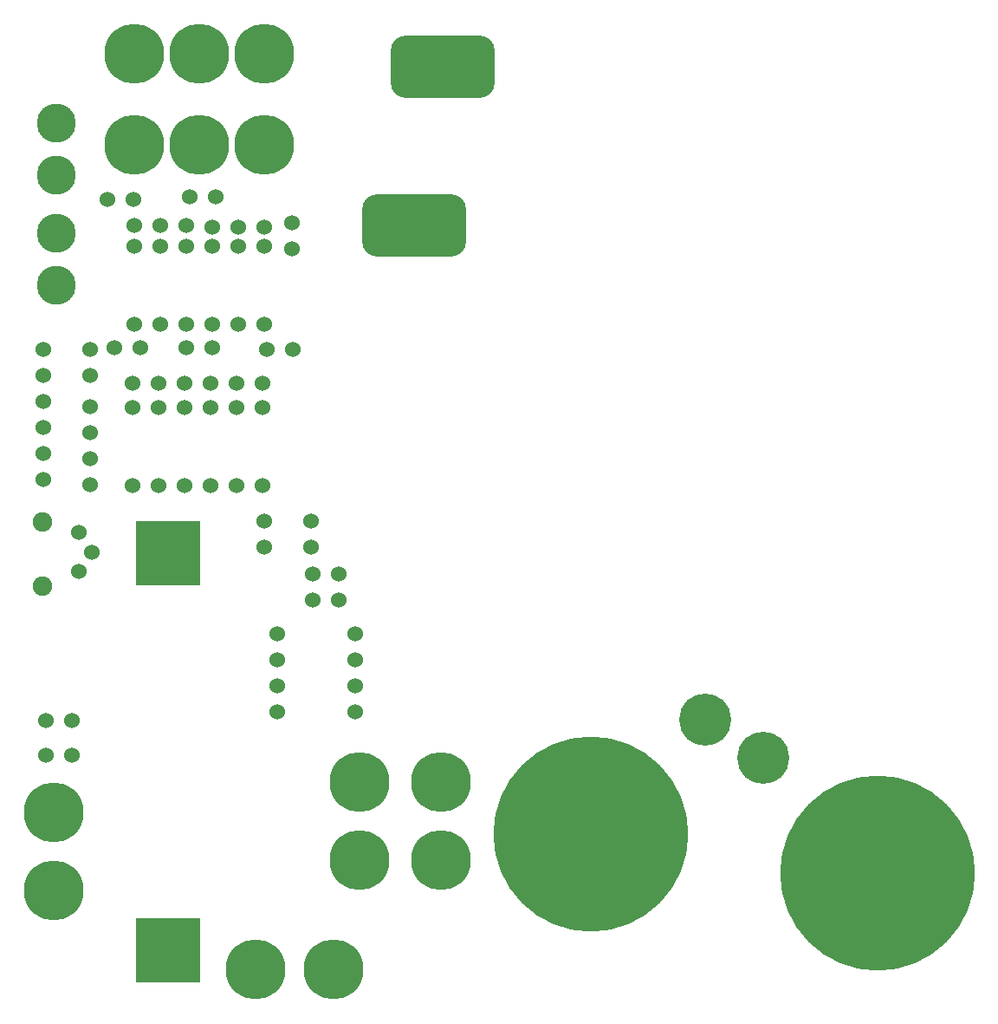
<source format=gbr>
%TF.GenerationSoftware,KiCad,Pcbnew,8.0.6*%
%TF.CreationDate,2025-01-14T13:14:06-07:00*%
%TF.ProjectId,Shutter current limit,53687574-7465-4722-9063-757272656e74,rev?*%
%TF.SameCoordinates,Original*%
%TF.FileFunction,Soldermask,Bot*%
%TF.FilePolarity,Negative*%
%FSLAX46Y46*%
G04 Gerber Fmt 4.6, Leading zero omitted, Abs format (unit mm)*
G04 Created by KiCad (PCBNEW 8.0.6) date 2025-01-14 13:14:06*
%MOMM*%
%LPD*%
G01*
G04 APERTURE LIST*
G04 Aperture macros list*
%AMRoundRect*
0 Rectangle with rounded corners*
0 $1 Rounding radius*
0 $2 $3 $4 $5 $6 $7 $8 $9 X,Y pos of 4 corners*
0 Add a 4 corners polygon primitive as box body*
4,1,4,$2,$3,$4,$5,$6,$7,$8,$9,$2,$3,0*
0 Add four circle primitives for the rounded corners*
1,1,$1+$1,$2,$3*
1,1,$1+$1,$4,$5*
1,1,$1+$1,$6,$7*
1,1,$1+$1,$8,$9*
0 Add four rect primitives between the rounded corners*
20,1,$1+$1,$2,$3,$4,$5,0*
20,1,$1+$1,$4,$5,$6,$7,0*
20,1,$1+$1,$6,$7,$8,$9,0*
20,1,$1+$1,$8,$9,$2,$3,0*%
G04 Aperture macros list end*
%ADD10C,1.524000*%
%ADD11C,5.842000*%
%ADD12C,1.905000*%
%ADD13R,6.350000X6.350000*%
%ADD14C,3.810000*%
%ADD15C,19.050000*%
%ADD16C,5.080000*%
%ADD17RoundRect,1.524000X3.556000X1.524000X-3.556000X1.524000X-3.556000X-1.524000X3.556000X-1.524000X0*%
G04 APERTURE END LIST*
D10*
%TO.C,D1*%
X77876400Y-86586200D03*
X77876400Y-94206200D03*
%TD*%
%TO.C,R6*%
X85184800Y-97635200D03*
X85184800Y-100175200D03*
%TD*%
%TO.C,Q3*%
X75336400Y-84173200D03*
X77876400Y-84173200D03*
X80416400Y-84173200D03*
%TD*%
%TO.C,U1*%
X81915000Y-108712000D03*
X81915000Y-111252000D03*
X81915000Y-113792000D03*
X81915000Y-116332000D03*
X89535000Y-116332000D03*
X89535000Y-113792000D03*
X89535000Y-111252000D03*
X89535000Y-108712000D03*
%TD*%
%TO.C,R4*%
X59276800Y-117109200D03*
X61816800Y-117109200D03*
%TD*%
%TO.C,D8*%
X78072800Y-70838200D03*
X78072800Y-78458200D03*
%TD*%
%TO.C,R12*%
X72986500Y-80772000D03*
X75526500Y-80772000D03*
%TD*%
D11*
%TO.C,J4*%
X89916000Y-123190000D03*
X89916000Y-130810000D03*
%TD*%
%TO.C,K_cont1*%
X80612800Y-52074400D03*
X67912800Y-52074400D03*
X74262800Y-52074400D03*
%TD*%
D10*
%TO.C,D3*%
X70256400Y-94206200D03*
X70256400Y-86586200D03*
%TD*%
D12*
%TO.C,TP1*%
X58928000Y-103997000D03*
%TD*%
D13*
%TO.C,R7*%
X71221600Y-139573000D03*
X71221600Y-100838000D03*
%TD*%
D10*
%TO.C,R9*%
X85344000Y-102870000D03*
X85344000Y-105410000D03*
%TD*%
%TO.C,R13*%
X83312000Y-71120000D03*
X83312000Y-68580000D03*
%TD*%
%TO.C,D6*%
X67716400Y-94206200D03*
X67716400Y-86586200D03*
%TD*%
%TO.C,D9*%
X70452800Y-78458200D03*
X70452800Y-70838200D03*
%TD*%
%TO.C,D7*%
X80612800Y-70838200D03*
X80612800Y-78458200D03*
%TD*%
%TO.C,R8*%
X87884000Y-105410000D03*
X87884000Y-102870000D03*
%TD*%
%TO.C,RV1*%
X62484000Y-98806000D03*
X63754000Y-100711000D03*
X62484000Y-102616000D03*
%TD*%
D12*
%TO.C,TP2*%
X58928000Y-97790000D03*
%TD*%
D10*
%TO.C,Q2*%
X59022800Y-88491200D03*
X59022800Y-91031200D03*
X59022800Y-93571200D03*
%TD*%
%TO.C,R1*%
X63594800Y-83411200D03*
X63594800Y-80871200D03*
%TD*%
D14*
%TO.C,K_coil2*%
X60292800Y-69568200D03*
X60292800Y-74648200D03*
%TD*%
D10*
%TO.C,R3*%
X63594800Y-91539200D03*
X63594800Y-94079200D03*
%TD*%
%TO.C,D12*%
X67912800Y-78458200D03*
X67912800Y-70838200D03*
%TD*%
%TO.C,D10*%
X72992800Y-78458200D03*
X72992800Y-70838200D03*
%TD*%
D15*
%TO.C,D14*%
X140525500Y-132054600D03*
D16*
X129349500Y-120777000D03*
%TD*%
D10*
%TO.C,D4*%
X72796400Y-94206200D03*
X72796400Y-86586200D03*
%TD*%
%TO.C,D2*%
X80416400Y-86586200D03*
X80416400Y-94206200D03*
%TD*%
D14*
%TO.C,K_coil1*%
X60292800Y-58773200D03*
X60292800Y-63853200D03*
%TD*%
D10*
%TO.C,C1*%
X80612800Y-97635200D03*
X80612800Y-100175200D03*
%TD*%
%TO.C,R11*%
X66001500Y-80772000D03*
X68541500Y-80772000D03*
%TD*%
%TO.C,R14*%
X65278000Y-66294000D03*
X67818000Y-66294000D03*
%TD*%
%TO.C,R15*%
X73367500Y-66014600D03*
X75907500Y-66014600D03*
%TD*%
%TO.C,Q4*%
X67716400Y-84173200D03*
X70256400Y-84173200D03*
X72796400Y-84173200D03*
%TD*%
%TO.C,R10*%
X80866800Y-80871200D03*
X83406800Y-80871200D03*
%TD*%
D11*
%TO.C,J1*%
X60038800Y-133703200D03*
X60038800Y-126083200D03*
%TD*%
%TO.C,J2*%
X87370000Y-141478000D03*
X79750000Y-141478000D03*
%TD*%
D10*
%TO.C,Q5*%
X75532800Y-68933200D03*
X78072800Y-68933200D03*
X80612800Y-68933200D03*
%TD*%
%TO.C,D11*%
X75532800Y-78458200D03*
X75532800Y-70838200D03*
%TD*%
%TO.C,R2*%
X63594800Y-86459200D03*
X63594800Y-88999200D03*
%TD*%
%TO.C,Q1*%
X59022800Y-80871200D03*
X59022800Y-83411200D03*
X59022800Y-85951200D03*
%TD*%
D11*
%TO.C,J3*%
X97917000Y-123190000D03*
X97917000Y-130810000D03*
%TD*%
D10*
%TO.C,Q6*%
X67912800Y-68805334D03*
X70452800Y-68805334D03*
X72992800Y-68805334D03*
%TD*%
%TO.C,D5*%
X75336400Y-94206200D03*
X75336400Y-86586200D03*
%TD*%
D11*
%TO.C,K_cont2*%
X80612800Y-60960000D03*
X67912800Y-60960000D03*
X74262800Y-60960000D03*
%TD*%
D10*
%TO.C,R5*%
X59276800Y-120495200D03*
X61816800Y-120495200D03*
%TD*%
D15*
%TO.C,D13*%
X112522000Y-128270000D03*
D16*
X123698000Y-117094000D03*
%TD*%
D17*
%TO.C,JP3*%
X98044000Y-53340000D03*
%TD*%
%TO.C,JP1*%
X95250000Y-68834000D03*
%TD*%
M02*

</source>
